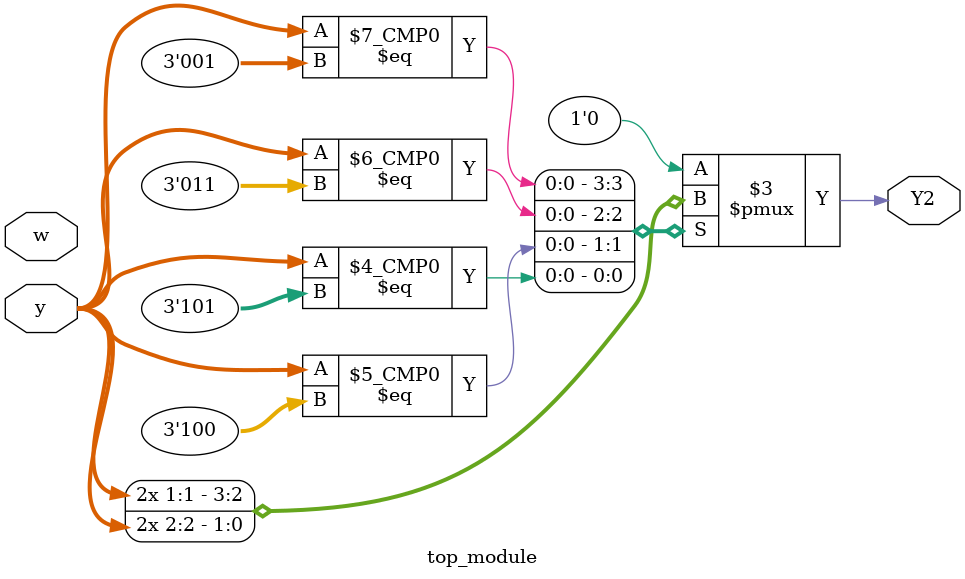
<source format=sv>
module top_module(
  input [3:1] y,
  input w,
  output reg Y2
);

  always @(*) begin
    case(y)
      3'b000: Y2 = 0; // State A
      3'b001: Y2 = y[1]; // State B
      3'b010: Y2 = 0; // State C
      3'b011: Y2 = y[1]; // State D
      3'b100: Y2 = y[2]; // State E
      3'b101: Y2 = y[2]; // State F
      default: Y2 = 0; // Default case
    endcase
  end

endmodule

</source>
